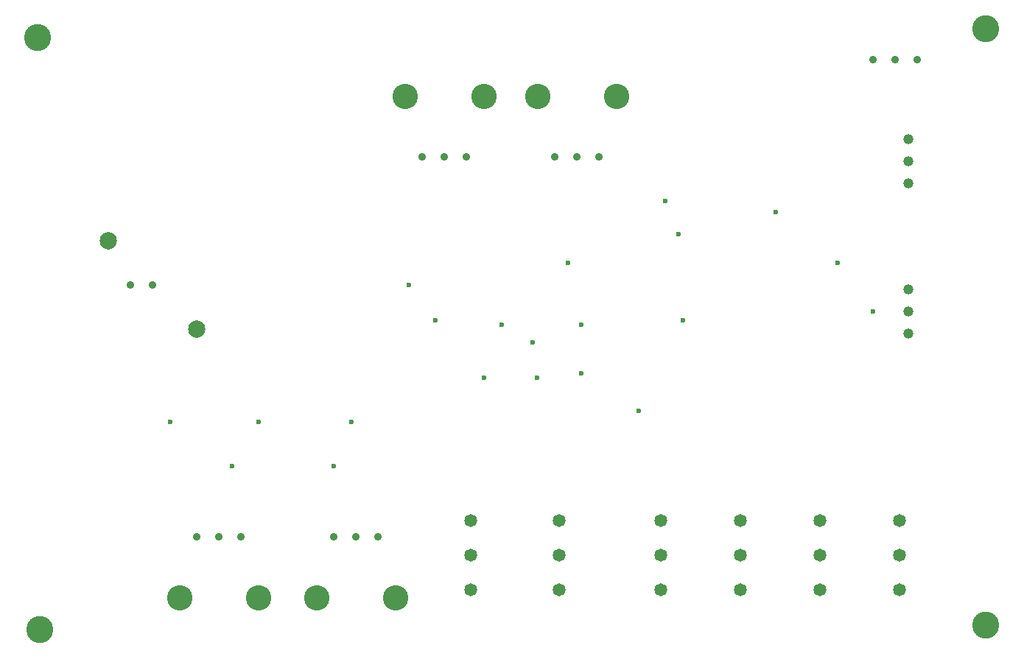
<source format=gbr>
G04 Generated by Ultiboard 14.2 *
%FSLAX24Y24*%
%MOIN*%

%ADD10C,0.0001*%
%ADD11C,0.0583*%
%ADD12C,0.0350*%
%ADD13C,0.0236*%
%ADD14C,0.0467*%
%ADD15C,0.1150*%
%ADD16C,0.0785*%
%ADD17C,0.1220*%


G04 ColorRGB 000000 for the following layer *
%LNDrill-Copper Top-Copper Bottom*%
%LPD*%
G54D11*
X-42000Y6350D03*
X-42000Y3200D03*
X-42000Y4775D03*
X-38000Y6350D03*
X-38000Y3200D03*
X-38000Y4775D03*
X-33400Y6350D03*
X-33400Y3200D03*
X-33400Y4775D03*
X-22600Y6350D03*
X-22600Y3200D03*
X-22600Y4775D03*
X-26200Y6350D03*
X-26200Y3200D03*
X-26200Y4775D03*
X-29800Y6350D03*
X-29800Y3200D03*
X-29800Y4775D03*
G54D12*
X-21800Y27200D03*
X-23800Y27200D03*
X-22800Y27200D03*
X-37200Y22800D03*
X-38200Y22800D03*
X-36200Y22800D03*
X-44200Y22800D03*
X-43200Y22800D03*
X-42200Y22800D03*
X-57400Y17000D03*
X-56400Y17000D03*
X-53400Y5600D03*
X-54400Y5600D03*
X-52400Y5600D03*
X-48200Y5600D03*
X-46200Y5600D03*
X-47200Y5600D03*
G54D13*
X-23800Y15800D03*
X-32600Y19300D03*
X-37000Y13000D03*
X-34400Y11300D03*
X-39200Y14400D03*
X-28200Y20300D03*
X-44800Y17000D03*
X-39000Y12800D03*
X-43600Y15400D03*
X-32400Y15400D03*
X-40600Y15200D03*
X-37000Y15200D03*
X-41400Y12800D03*
X-51600Y10800D03*
X-55600Y10800D03*
X-47400Y10800D03*
X-33200Y20800D03*
X-37600Y18000D03*
X-25400Y18000D03*
X-48200Y8800D03*
X-52800Y8800D03*
G54D14*
X-22200Y16800D03*
X-22200Y15800D03*
X-22200Y14800D03*
X-22200Y22600D03*
X-22200Y23600D03*
X-22200Y21600D03*
G54D15*
X-35425Y25558D03*
X-38975Y25558D03*
X-41425Y25558D03*
X-44975Y25558D03*
X-55175Y2842D03*
X-51625Y2842D03*
X-48975Y2842D03*
X-45425Y2842D03*
G54D16*
X-54400Y15000D03*
X-58400Y19000D03*
G54D17*
X-18700Y28600D03*
X-18700Y1600D03*
X-61600Y28200D03*
X-61500Y1400D03*

M02*

</source>
